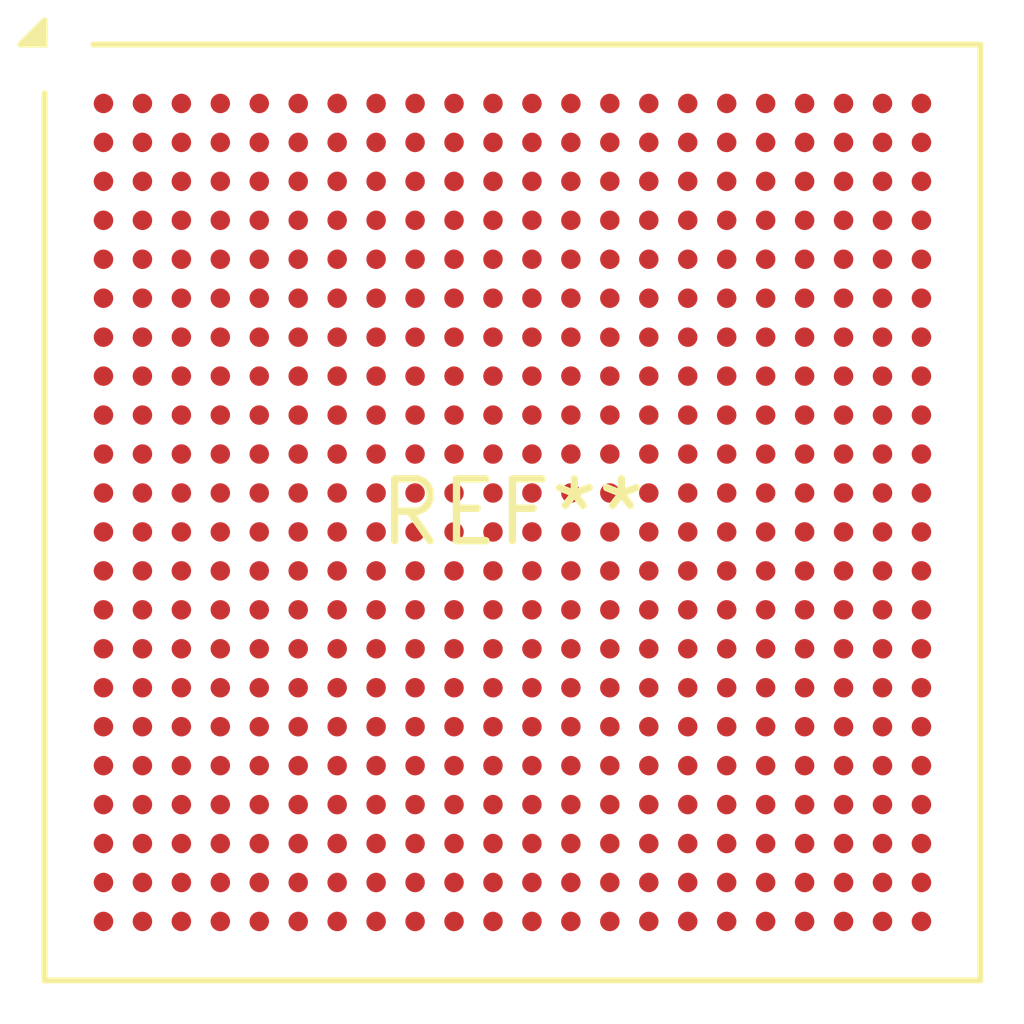
<source format=kicad_pcb>
(kicad_pcb (version 20240108) (generator pcbnew)
  (layers (0 "F.Cu" signal) (31 "B.Cu" signal) (34 "B.Paste" user) (35 "F.Paste" user) (36 "B.SilkS" user "B.Silkscreen") (37 "F.SilkS" user "F.Silkscreen") (38 "B.Mask" user) (39 "F.Mask" user) (44 "Edge.Cuts" user))
  (net 0 "")
  (footprint "Xilinx_SBG484" (layer "F.Cu") (at 0 0)
    (property "Reference" "REF**")
    (property "Value" "Xilinx_SBG484")
    (pad "A1" smd circle (at -8.4 -8.4) (size 0.4 0.4) (property pad_prop_bga) (layers "F.Cu" "F.Paste" "F.Mask"))
    (pad "A2" smd circle (at -7.6 -8.4) (size 0.4 0.4) (property pad_prop_bga) (layers "F.Cu" "F.Paste" "F.Mask"))
    (pad "A3" smd circle (at -6.8 -8.4) (size 0.4 0.4) (property pad_prop_bga) (layers "F.Cu" "F.Paste" "F.Mask"))
    (pad "A4" smd circle (at -6 -8.4) (size 0.4 0.4) (property pad_prop_bga) (layers "F.Cu" "F.Paste" "F.Mask"))
    (pad "A5" smd circle (at -5.2 -8.4) (size 0.4 0.4) (property pad_prop_bga) (layers "F.Cu" "F.Paste" "F.Mask"))
    (pad "A6" smd circle (at -4.4 -8.4) (size 0.4 0.4) (property pad_prop_bga) (layers "F.Cu" "F.Paste" "F.Mask"))
    (pad "A7" smd circle (at -3.6 -8.4) (size 0.4 0.4) (property pad_prop_bga) (layers "F.Cu" "F.Paste" "F.Mask"))
    (pad "A8" smd circle (at -2.8 -8.4) (size 0.4 0.4) (property pad_prop_bga) (layers "F.Cu" "F.Paste" "F.Mask"))
    (pad "A9" smd circle (at -2 -8.4) (size 0.4 0.4) (property pad_prop_bga) (layers "F.Cu" "F.Paste" "F.Mask"))
    (pad "A10" smd circle (at -1.2 -8.4) (size 0.4 0.4) (property pad_prop_bga) (layers "F.Cu" "F.Paste" "F.Mask"))
    (pad "A11" smd circle (at -0.4 -8.4) (size 0.4 0.4) (property pad_prop_bga) (layers "F.Cu" "F.Paste" "F.Mask"))
    (pad "A12" smd circle (at 0.4 -8.4) (size 0.4 0.4) (property pad_prop_bga) (layers "F.Cu" "F.Paste" "F.Mask"))
    (pad "A13" smd circle (at 1.2 -8.4) (size 0.4 0.4) (property pad_prop_bga) (layers "F.Cu" "F.Paste" "F.Mask"))
    (pad "A14" smd circle (at 2 -8.4) (size 0.4 0.4) (property pad_prop_bga) (layers "F.Cu" "F.Paste" "F.Mask"))
    (pad "A15" smd circle (at 2.8 -8.4) (size 0.4 0.4) (property pad_prop_bga) (layers "F.Cu" "F.Paste" "F.Mask"))
    (pad "A16" smd circle (at 3.6 -8.4) (size 0.4 0.4) (property pad_prop_bga) (layers "F.Cu" "F.Paste" "F.Mask"))
    (pad "A17" smd circle (at 4.4 -8.4) (size 0.4 0.4) (property pad_prop_bga) (layers "F.Cu" "F.Paste" "F.Mask"))
    (pad "A18" smd circle (at 5.2 -8.4) (size 0.4 0.4) (property pad_prop_bga) (layers "F.Cu" "F.Paste" "F.Mask"))
    (pad "A19" smd circle (at 6 -8.4) (size 0.4 0.4) (property pad_prop_bga) (layers "F.Cu" "F.Paste" "F.Mask"))
    (pad "A20" smd circle (at 6.8 -8.4) (size 0.4 0.4) (property pad_prop_bga) (layers "F.Cu" "F.Paste" "F.Mask"))
    (pad "A21" smd circle (at 7.6 -8.4) (size 0.4 0.4) (property pad_prop_bga) (layers "F.Cu" "F.Paste" "F.Mask"))
    (pad "A22" smd circle (at 8.4 -8.4) (size 0.4 0.4) (property pad_prop_bga) (layers "F.Cu" "F.Paste" "F.Mask"))
    (pad "AA1" smd circle (at -8.4 7.6) (size 0.4 0.4) (property pad_prop_bga) (layers "F.Cu" "F.Paste" "F.Mask"))
    (pad "AA2" smd circle (at -7.6 7.6) (size 0.4 0.4) (property pad_prop_bga) (layers "F.Cu" "F.Paste" "F.Mask"))
    (pad "AA3" smd circle (at -6.8 7.6) (size 0.4 0.4) (property pad_prop_bga) (layers "F.Cu" "F.Paste" "F.Mask"))
    (pad "AA4" smd circle (at -6 7.6) (size 0.4 0.4) (property pad_prop_bga) (layers "F.Cu" "F.Paste" "F.Mask"))
    (pad "AA5" smd circle (at -5.2 7.6) (size 0.4 0.4) (property pad_prop_bga) (layers "F.Cu" "F.Paste" "F.Mask"))
    (pad "AA6" smd circle (at -4.4 7.6) (size 0.4 0.4) (property pad_prop_bga) (layers "F.Cu" "F.Paste" "F.Mask"))
    (pad "AA7" smd circle (at -3.6 7.6) (size 0.4 0.4) (property pad_prop_bga) (layers "F.Cu" "F.Paste" "F.Mask"))
    (pad "AA8" smd circle (at -2.8 7.6) (size 0.4 0.4) (property pad_prop_bga) (layers "F.Cu" "F.Paste" "F.Mask"))
    (pad "AA9" smd circle (at -2 7.6) (size 0.4 0.4) (property pad_prop_bga) (layers "F.Cu" "F.Paste" "F.Mask"))
    (pad "AA10" smd circle (at -1.2 7.6) (size 0.4 0.4) (property pad_prop_bga) (layers "F.Cu" "F.Paste" "F.Mask"))
    (pad "AA11" smd circle (at -0.4 7.6) (size 0.4 0.4) (property pad_prop_bga) (layers "F.Cu" "F.Paste" "F.Mask"))
    (pad "AA12" smd circle (at 0.4 7.6) (size 0.4 0.4) (property pad_prop_bga) (layers "F.Cu" "F.Paste" "F.Mask"))
    (pad "AA13" smd circle (at 1.2 7.6) (size 0.4 0.4) (property pad_prop_bga) (layers "F.Cu" "F.Paste" "F.Mask"))
    (pad "AA14" smd circle (at 2 7.6) (size 0.4 0.4) (property pad_prop_bga) (layers "F.Cu" "F.Paste" "F.Mask"))
    (pad "AA15" smd circle (at 2.8 7.6) (size 0.4 0.4) (property pad_prop_bga) (layers "F.Cu" "F.Paste" "F.Mask"))
    (pad "AA16" smd circle (at 3.6 7.6) (size 0.4 0.4) (property pad_prop_bga) (layers "F.Cu" "F.Paste" "F.Mask"))
    (pad "AA17" smd circle (at 4.4 7.6) (size 0.4 0.4) (property pad_prop_bga) (layers "F.Cu" "F.Paste" "F.Mask"))
    (pad "AA18" smd circle (at 5.2 7.6) (size 0.4 0.4) (property pad_prop_bga) (layers "F.Cu" "F.Paste" "F.Mask"))
    (pad "AA19" smd circle (at 6 7.6) (size 0.4 0.4) (property pad_prop_bga) (layers "F.Cu" "F.Paste" "F.Mask"))
    (pad "AA20" smd circle (at 6.8 7.6) (size 0.4 0.4) (property pad_prop_bga) (layers "F.Cu" "F.Paste" "F.Mask"))
    (pad "AA21" smd circle (at 7.6 7.6) (size 0.4 0.4) (property pad_prop_bga) (layers "F.Cu" "F.Paste" "F.Mask"))
    (pad "AA22" smd circle (at 8.4 7.6) (size 0.4 0.4) (property pad_prop_bga) (layers "F.Cu" "F.Paste" "F.Mask"))
    (pad "AB1" smd circle (at -8.4 8.4) (size 0.4 0.4) (property pad_prop_bga) (layers "F.Cu" "F.Paste" "F.Mask"))
    (pad "AB2" smd circle (at -7.6 8.4) (size 0.4 0.4) (property pad_prop_bga) (layers "F.Cu" "F.Paste" "F.Mask"))
    (pad "AB3" smd circle (at -6.8 8.4) (size 0.4 0.4) (property pad_prop_bga) (layers "F.Cu" "F.Paste" "F.Mask"))
    (pad "AB4" smd circle (at -6 8.4) (size 0.4 0.4) (property pad_prop_bga) (layers "F.Cu" "F.Paste" "F.Mask"))
    (pad "AB5" smd circle (at -5.2 8.4) (size 0.4 0.4) (property pad_prop_bga) (layers "F.Cu" "F.Paste" "F.Mask"))
    (pad "AB6" smd circle (at -4.4 8.4) (size 0.4 0.4) (property pad_prop_bga) (layers "F.Cu" "F.Paste" "F.Mask"))
    (pad "AB7" smd circle (at -3.6 8.4) (size 0.4 0.4) (property pad_prop_bga) (layers "F.Cu" "F.Paste" "F.Mask"))
    (pad "AB8" smd circle (at -2.8 8.4) (size 0.4 0.4) (property pad_prop_bga) (layers "F.Cu" "F.Paste" "F.Mask"))
    (pad "AB9" smd circle (at -2 8.4) (size 0.4 0.4) (property pad_prop_bga) (layers "F.Cu" "F.Paste" "F.Mask"))
    (pad "AB10" smd circle (at -1.2 8.4) (size 0.4 0.4) (property pad_prop_bga) (layers "F.Cu" "F.Paste" "F.Mask"))
    (pad "AB11" smd circle (at -0.4 8.4) (size 0.4 0.4) (property pad_prop_bga) (layers "F.Cu" "F.Paste" "F.Mask"))
    (pad "AB12" smd circle (at 0.4 8.4) (size 0.4 0.4) (property pad_prop_bga) (layers "F.Cu" "F.Paste" "F.Mask"))
    (pad "AB13" smd circle (at 1.2 8.4) (size 0.4 0.4) (property pad_prop_bga) (layers "F.Cu" "F.Paste" "F.Mask"))
    (pad "AB14" smd circle (at 2 8.4) (size 0.4 0.4) (property pad_prop_bga) (layers "F.Cu" "F.Paste" "F.Mask"))
    (pad "AB15" smd circle (at 2.8 8.4) (size 0.4 0.4) (property pad_prop_bga) (layers "F.Cu" "F.Paste" "F.Mask"))
    (pad "AB16" smd circle (at 3.6 8.4) (size 0.4 0.4) (property pad_prop_bga) (layers "F.Cu" "F.Paste" "F.Mask"))
    (pad "AB17" smd circle (at 4.4 8.4) (size 0.4 0.4) (property pad_prop_bga) (layers "F.Cu" "F.Paste" "F.Mask"))
    (pad "AB18" smd circle (at 5.2 8.4) (size 0.4 0.4) (property pad_prop_bga) (layers "F.Cu" "F.Paste" "F.Mask"))
    (pad "AB19" smd circle (at 6 8.4) (size 0.4 0.4) (property pad_prop_bga) (layers "F.Cu" "F.Paste" "F.Mask"))
    (pad "AB20" smd circle (at 6.8 8.4) (size 0.4 0.4) (property pad_prop_bga) (layers "F.Cu" "F.Paste" "F.Mask"))
    (pad "AB21" smd circle (at 7.6 8.4) (size 0.4 0.4) (property pad_prop_bga) (layers "F.Cu" "F.Paste" "F.Mask"))
    (pad "AB22" smd circle (at 8.4 8.4) (size 0.4 0.4) (property pad_prop_bga) (layers "F.Cu" "F.Paste" "F.Mask"))
    (pad "B1" smd circle (at -8.4 -7.6) (size 0.4 0.4) (property pad_prop_bga) (layers "F.Cu" "F.Paste" "F.Mask"))
    (pad "B2" smd circle (at -7.6 -7.6) (size 0.4 0.4) (property pad_prop_bga) (layers "F.Cu" "F.Paste" "F.Mask"))
    (pad "B3" smd circle (at -6.8 -7.6) (size 0.4 0.4) (property pad_prop_bga) (layers "F.Cu" "F.Paste" "F.Mask"))
    (pad "B4" smd circle (at -6 -7.6) (size 0.4 0.4) (property pad_prop_bga) (layers "F.Cu" "F.Paste" "F.Mask"))
    (pad "B5" smd circle (at -5.2 -7.6) (size 0.4 0.4) (property pad_prop_bga) (layers "F.Cu" "F.Paste" "F.Mask"))
    (pad "B6" smd circle (at -4.4 -7.6) (size 0.4 0.4) (property pad_prop_bga) (layers "F.Cu" "F.Paste" "F.Mask"))
    (pad "B7" smd circle (at -3.6 -7.6) (size 0.4 0.4) (property pad_prop_bga) (layers "F.Cu" "F.Paste" "F.Mask"))
    (pad "B8" smd circle (at -2.8 -7.6) (size 0.4 0.4) (property pad_prop_bga) (layers "F.Cu" "F.Paste" "F.Mask"))
    (pad "B9" smd circle (at -2 -7.6) (size 0.4 0.4) (property pad_prop_bga) (layers "F.Cu" "F.Paste" "F.Mask"))
    (pad "B10" smd circle (at -1.2 -7.6) (size 0.4 0.4) (property pad_prop_bga) (layers "F.Cu" "F.Paste" "F.Mask"))
    (pad "B11" smd circle (at -0.4 -7.6) (size 0.4 0.4) (property pad_prop_bga) (layers "F.Cu" "F.Paste" "F.Mask"))
    (pad "B12" smd circle (at 0.4 -7.6) (size 0.4 0.4) (property pad_prop_bga) (layers "F.Cu" "F.Paste" "F.Mask"))
    (pad "B13" smd circle (at 1.2 -7.6) (size 0.4 0.4) (property pad_prop_bga) (layers "F.Cu" "F.Paste" "F.Mask"))
    (pad "B14" smd circle (at 2 -7.6) (size 0.4 0.4) (property pad_prop_bga) (layers "F.Cu" "F.Paste" "F.Mask"))
    (pad "B15" smd circle (at 2.8 -7.6) (size 0.4 0.4) (property pad_prop_bga) (layers "F.Cu" "F.Paste" "F.Mask"))
    (pad "B16" smd circle (at 3.6 -7.6) (size 0.4 0.4) (property pad_prop_bga) (layers "F.Cu" "F.Paste" "F.Mask"))
    (pad "B17" smd circle (at 4.4 -7.6) (size 0.4 0.4) (property pad_prop_bga) (layers "F.Cu" "F.Paste" "F.Mask"))
    (pad "B18" smd circle (at 5.2 -7.6) (size 0.4 0.4) (property pad_prop_bga) (layers "F.Cu" "F.Paste" "F.Mask"))
    (pad "B19" smd circle (at 6 -7.6) (size 0.4 0.4) (property pad_prop_bga) (layers "F.Cu" "F.Paste" "F.Mask"))
    (pad "B20" smd circle (at 6.8 -7.6) (size 0.4 0.4) (property pad_prop_bga) (layers "F.Cu" "F.Paste" "F.Mask"))
    (pad "B21" smd circle (at 7.6 -7.6) (size 0.4 0.4) (property pad_prop_bga) (layers "F.Cu" "F.Paste" "F.Mask"))
    (pad "B22" smd circle (at 8.4 -7.6) (size 0.4 0.4) (property pad_prop_bga) (layers "F.Cu" "F.Paste" "F.Mask"))
    (pad "C1" smd circle (at -8.4 -6.8) (size 0.4 0.4) (property pad_prop_bga) (layers "F.Cu" "F.Paste" "F.Mask"))
    (pad "C2" smd circle (at -7.6 -6.8) (size 0.4 0.4) (property pad_prop_bga) (layers "F.Cu" "F.Paste" "F.Mask"))
    (pad "C3" smd circle (at -6.8 -6.8) (size 0.4 0.4) (property pad_prop_bga) (layers "F.Cu" "F.Paste" "F.Mask"))
    (pad "C4" smd circle (at -6 -6.8) (size 0.4 0.4) (property pad_prop_bga) (layers "F.Cu" "F.Paste" "F.Mask"))
    (pad "C5" smd circle (at -5.2 -6.8) (size 0.4 0.4) (property pad_prop_bga) (layers "F.Cu" "F.Paste" "F.Mask"))
    (pad "C6" smd circle (at -4.4 -6.8) (size 0.4 0.4) (property pad_prop_bga) (layers "F.Cu" "F.Paste" "F.Mask"))
    (pad "C7" smd circle (at -3.6 -6.8) (size 0.4 0.4) (property pad_prop_bga) (layers "F.Cu" "F.Paste" "F.Mask"))
    (pad "C8" smd circle (at -2.8 -6.8) (size 0.4 0.4) (property pad_prop_bga) (layers "F.Cu" "F.Paste" "F.Mask"))
    (pad "C9" smd circle (at -2 -6.8) (size 0.4 0.4) (property pad_prop_bga) (layers "F.Cu" "F.Paste" "F.Mask"))
    (pad "C10" smd circle (at -1.2 -6.8) (size 0.4 0.4) (property pad_prop_bga) (layers "F.Cu" "F.Paste" "F.Mask"))
    (pad "C11" smd circle (at -0.4 -6.8) (size 0.4 0.4) (property pad_prop_bga) (layers "F.Cu" "F.Paste" "F.Mask"))
    (pad "C12" smd circle (at 0.4 -6.8) (size 0.4 0.4) (property pad_prop_bga) (layers "F.Cu" "F.Paste" "F.Mask"))
    (pad "C13" smd circle (at 1.2 -6.8) (size 0.4 0.4) (property pad_prop_bga) (layers "F.Cu" "F.Paste" "F.Mask"))
    (pad "C14" smd circle (at 2 -6.8) (size 0.4 0.4) (property pad_prop_bga) (layers "F.Cu" "F.Paste" "F.Mask"))
    (pad "C15" smd circle (at 2.8 -6.8) (size 0.4 0.4) (property pad_prop_bga) (layers "F.Cu" "F.Paste" "F.Mask"))
    (pad "C16" smd circle (at 3.6 -6.8) (size 0.4 0.4) (property pad_prop_bga) (layers "F.Cu" "F.Paste" "F.Mask"))
    (pad "C17" smd circle (at 4.4 -6.8) (size 0.4 0.4) (property pad_prop_bga) (layers "F.Cu" "F.Paste" "F.Mask"))
    (pad "C18" smd circle (at 5.2 -6.8) (size 0.4 0.4) (property pad_prop_bga) (layers "F.Cu" "F.Paste" "F.Mask"))
    (pad "C19" smd circle (at 6 -6.8) (size 0.4 0.4) (property pad_prop_bga) (layers "F.Cu" "F.Paste" "F.Mask"))
    (pad "C20" smd circle (at 6.8 -6.8) (size 0.4 0.4) (property pad_prop_bga) (layers "F.Cu" "F.Paste" "F.Mask"))
    (pad "C21" smd circle (at 7.6 -6.8) (size 0.4 0.4) (property pad_prop_bga) (layers "F.Cu" "F.Paste" "F.Mask"))
    (pad "C22" smd circle (at 8.4 -6.8) (size 0.4 0.4) (property pad_prop_bga) (layers "F.Cu" "F.Paste" "F.Mask"))
    (pad "D1" smd circle (at -8.4 -6) (size 0.4 0.4) (property pad_prop_bga) (layers "F.Cu" "F.Paste" "F.Mask"))
    (pad "D2" smd circle (at -7.6 -6) (size 0.4 0.4) (property pad_prop_bga) (layers "F.Cu" "F.Paste" "F.Mask"))
    (pad "D3" smd circle (at -6.8 -6) (size 0.4 0.4) (property pad_prop_bga) (layers "F.Cu" "F.Paste" "F.Mask"))
    (pad "D4" smd circle (at -6 -6) (size 0.4 0.4) (property pad_prop_bga) (layers "F.Cu" "F.Paste" "F.Mask"))
    (pad "D5" smd circle (at -5.2 -6) (size 0.4 0.4) (property pad_prop_bga) (layers "F.Cu" "F.Paste" "F.Mask"))
    (pad "D6" smd circle (at -4.4 -6) (size 0.4 0.4) (property pad_prop_bga) (layers "F.Cu" "F.Paste" "F.Mask"))
    (pad "D7" smd circle (at -3.6 -6) (size 0.4 0.4) (property pad_prop_bga) (layers "F.Cu" "F.Paste" "F.Mask"))
    (pad "D8" smd circle (at -2.8 -6) (size 0.4 0.4) (property pad_prop_bga) (layers "F.Cu" "F.Paste" "F.Mask"))
    (pad "D9" smd circle (at -2 -6) (size 0.4 0.4) (property pad_prop_bga) (layers "F.Cu" "F.Paste" "F.Mask"))
    (pad "D10" smd circle (at -1.2 -6) (size 0.4 0.4) (property pad_prop_bga) (layers "F.Cu" "F.Paste" "F.Mask"))
    (pad "D11" smd circle (at -0.4 -6) (size 0.4 0.4) (property pad_prop_bga) (layers "F.Cu" "F.Paste" "F.Mask"))
    (pad "D12" smd circle (at 0.4 -6) (size 0.4 0.4) (property pad_prop_bga) (layers "F.Cu" "F.Paste" "F.Mask"))
    (pad "D13" smd circle (at 1.2 -6) (size 0.4 0.4) (property pad_prop_bga) (layers "F.Cu" "F.Paste" "F.Mask"))
    (pad "D14" smd circle (at 2 -6) (size 0.4 0.4) (property pad_prop_bga) (layers "F.Cu" "F.Paste" "F.Mask"))
    (pad "D15" smd circle (at 2.8 -6) (size 0.4 0.4) (property pad_prop_bga) (layers "F.Cu" "F.Paste" "F.Mask"))
    (pad "D16" smd circle (at 3.6 -6) (size 0.4 0.4) (property pad_prop_bga) (layers "F.Cu" "F.Paste" "F.Mask"))
    (pad "D17" smd circle (at 4.4 -6) (size 0.4 0.4) (property pad_prop_bga) (layers "F.Cu" "F.Paste" "F.Mask"))
    (pad "D18" smd circle (at 5.2 -6) (size 0.4 0.4) (property pad_prop_bga) (layers "F.Cu" "F.Paste" "F.Mask"))
    (pad "D19" smd circle (at 6 -6) (size 0.4 0.4) (property pad_prop_bga) (layers "F.Cu" "F.Paste" "F.Mask"))
    (pad "D20" smd circle (at 6.8 -6) (size 0.4 0.4) (property pad_prop_bga) (layers "F.Cu" "F.Paste" "F.Mask"))
    (pad "D21" smd circle (at 7.6 -6) (size 0.4 0.4) (property pad_prop_bga) (layers "F.Cu" "F.Paste" "F.Mask"))
    (pad "D22" smd circle (at 8.4 -6) (size 0.4 0.4) (property pad_prop_bga) (layers "F.Cu" "F.Paste" "F.Mask"))
    (pad "E1" smd circle (at -8.4 -5.2) (size 0.4 0.4) (property pad_prop_bga) (layers "F.Cu" "F.Paste" "F.Mask"))
    (pad "E2" smd circle (at -7.6 -5.2) (size 0.4 0.4) (property pad_prop_bga) (layers "F.Cu" "F.Paste" "F.Mask"))
    (pad "E3" smd circle (at -6.8 -5.2) (size 0.4 0.4) (property pad_prop_bga) (layers "F.Cu" "F.Paste" "F.Mask"))
    (pad "E4" smd circle (at -6 -5.2) (size 0.4 0.4) (property pad_prop_bga) (layers "F.Cu" "F.Paste" "F.Mask"))
    (pad "E5" smd circle (at -5.2 -5.2) (size 0.4 0.4) (property pad_prop_bga) (layers "F.Cu" "F.Paste" "F.Mask"))
    (pad "E6" smd circle (at -4.4 -5.2) (size 0.4 0.4) (property pad_prop_bga) (layers "F.Cu" "F.Paste" "F.Mask"))
    (pad "E7" smd circle (at -3.6 -5.2) (size 0.4 0.4) (property pad_prop_bga) (layers "F.Cu" "F.Paste" "F.Mask"))
    (pad "E8" smd circle (at -2.8 -5.2) (size 0.4 0.4) (property pad_prop_bga) (layers "F.Cu" "F.Paste" "F.Mask"))
    (pad "E9" smd circle (at -2 -5.2) (size 0.4 0.4) (property pad_prop_bga) (layers "F.Cu" "F.Paste" "F.Mask"))
    (pad "E10" smd circle (at -1.2 -5.2) (size 0.4 0.4) (property pad_prop_bga) (layers "F.Cu" "F.Paste" "F.Mask"))
    (pad "E11" smd circle (at -0.4 -5.2) (size 0.4 0.4) (property pad_prop_bga) (layers "F.Cu" "F.Paste" "F.Mask"))
    (pad "E12" smd circle (at 0.4 -5.2) (size 0.4 0.4) (property pad_prop_bga) (layers "F.Cu" "F.Paste" "F.Mask"))
    (pad "E13" smd circle (at 1.2 -5.2) (size 0.4 0.4) (property pad_prop_bga) (layers "F.Cu" "F.Paste" "F.Mask"))
    (pad "E14" smd circle (at 2 -5.2) (size 0.4 0.4) (property pad_prop_bga) (layers "F.Cu" "F.Paste" "F.Mask"))
    (pad "E15" smd circle (at 2.8 -5.2) (size 0.4 0.4) (property pad_prop_bga) (layers "F.Cu" "F.Paste" "F.Mask"))
    (pad "E16" smd circle (at 3.6 -5.2) (size 0.4 0.4) (property pad_prop_bga) (layers "F.Cu" "F.Paste" "F.Mask"))
    (pad "E17" smd circle (at 4.4 -5.2) (size 0.4 0.4) (property pad_prop_bga) (layers "F.Cu" "F.Paste" "F.Mask"))
    (pad "E18" smd circle (at 5.2 -5.2) (size 0.4 0.4) (property pad_prop_bga) (layers "F.Cu" "F.Paste" "F.Mask"))
    (pad "E19" smd circle (at 6 -5.2) (size 0.4 0.4) (property pad_prop_bga) (layers "F.Cu" "F.Paste" "F.Mask"))
    (pad "E20" smd circle (at 6.8 -5.2) (size 0.4 0.4) (property pad_prop_bga) (layers "F.Cu" "F.Paste" "F.Mask"))
    (pad "E21" smd circle (at 7.6 -5.2) (size 0.4 0.4) (property pad_prop_bga) (layers "F.Cu" "F.Paste" "F.Mask"))
    (pad "E22" smd circle (at 8.4 -5.2) (size 0.4 0.4) (property pad_prop_bga) (layers "F.Cu" "F.Paste" "F.Mask"))
    (pad "F1" smd circle (at -8.4 -4.4) (size 0.4 0.4) (property pad_prop_bga) (layers "F.Cu" "F.Paste" "F.Mask"))
    (pad "F2" smd circle (at -7.6 -4.4) (size 0.4 0.4) (property pad_prop_bga) (layers "F.Cu" "F.Paste" "F.Mask"))
    (pad "F3" smd circle (at -6.8 -4.4) (size 0.4 0.4) (property pad_prop_bga) (layers "F.Cu" "F.Paste" "F.Mask"))
    (pad "F4" smd circle (at -6 -4.4) (size 0.4 0.4) (property pad_prop_bga) (layers "F.Cu" "F.Paste" "F.Mask"))
    (pad "F5" smd circle (at -5.2 -4.4) (size 0.4 0.4) (property pad_prop_bga) (layers "F.Cu" "F.Paste" "F.Mask"))
    (pad "F6" smd circle (at -4.4 -4.4) (size 0.4 0.4) (property pad_prop_bga) (layers "F.Cu" "F.Paste" "F.Mask"))
    (pad "F7" smd circle (at -3.6 -4.4) (size 0.4 0.4) (property pad_prop_bga) (layers "F.Cu" "F.Paste" "F.Mask"))
    (pad "F8" smd circle (at -2.8 -4.4) (size 0.4 0.4) (property pad_prop_bga) (layers "F.Cu" "F.Paste" "F.Mask"))
    (pad "F9" smd circle (at -2 -4.4) (size 0.4 0.4) (property pad_prop_bga) (layers "F.Cu" "F.Paste" "F.Mask"))
    (pad "F10" smd circle (at -1.2 -4.4) (size 0.4 0.4) (property pad_prop_bga) (layers "F.Cu" "F.Paste" "F.Mask"))
    (pad "F11" smd circle (at -0.4 -4.4) (size 0.4 0.4) (property pad_prop_bga) (layers "F.Cu" "F.Paste" "F.Mask"))
    (pad "F12" smd circle (at 0.4 -4.4) (size 0.4 0.4) (property pad_prop_bga) (layers "F.Cu" "F.Paste" "F.Mask"))
    (pad "F13" smd circle (at 1.2 -4.4) (size 0.4 0.4) (property pad_prop_bga) (layers "F.Cu" "F.Paste" "F.Mask"))
    (pad "F14" smd circle (at 2 -4.4) (size 0.4 0.4) (property pad_prop_bga) (layers "F.Cu" "F.Paste" "F.Mask"))
    (pad "F15" smd circle (at 2.8 -4.4) (size 0.4 0.4) (property pad_prop_bga) (layers "F.Cu" "F.Paste" "F.Mask"))
    (pad "F16" smd circle (at 3.6 -4.4) (size 0.4 0.4) (property pad_prop_bga) (layers "F.Cu" "F.Paste" "F.Mask"))
    (pad "F17" smd circle (at 4.4 -4.4) (size 0.4 0.4) (property pad_prop_bga) (layers "F.Cu" "F.Paste" "F.Mask"))
    (pad "F18" smd circle (at 5.2 -4.4) (size 0.4 0.4) (property pad_prop_bga) (layers "F.Cu" "F.Paste" "F.Mask"))
    (pad "F19" smd circle (at 6 -4.4) (size 0.4 0.4) (property pad_prop_bga) (layers "F.Cu" "F.Paste" "F.Mask"))
    (pad "F20" smd circle (at 6.8 -4.4) (size 0.4 0.4) (property pad_prop_bga) (layers "F.Cu" "F.Paste" "F.Mask"))
    (pad "F21" smd circle (at 7.6 -4.4) (size 0.4 0.4) (property pad_prop_bga) (layers "F.Cu" "F.Paste" "F.Mask"))
    (pad "F22" smd circle (at 8.4 -4.4) (size 0.4 0.4) (property pad_prop_bga) (layers "F.Cu" "F.Paste" "F.Mask"))
    (pad "G1" smd circle (at -8.4 -3.6) (size 0.4 0.4) (property pad_prop_bga) (layers "F.Cu" "F.Paste" "F.Mask"))
    (pad "G2" smd circle (at -7.6 -3.6) (size 0.4 0.4) (property pad_prop_bga) (layers "F.Cu" "F.Paste" "F.Mask"))
    (pad "G3" smd circle (at -6.8 -3.6) (size 0.4 0.4) (property pad_prop_bga) (layers "F.Cu" "F.Paste" "F.Mask"))
    (pad "G4" smd circle (at -6 -3.6) (size 0.4 0.4) (property pad_prop_bga) (layers "F.Cu" "F.Paste" "F.Mask"))
    (pad "G5" smd circle (at -5.2 -3.6) (size 0.4 0.4) (property pad_prop_bga) (layers "F.Cu" "F.Paste" "F.Mask"))
    (pad "G6" smd circle (at -4.4 -3.6) (size 0.4 0.4) (property pad_prop_bga) (layers "F.Cu" "F.Paste" "F.Mask"))
    (pad "G7" smd circle (at -3.6 -3.6) (size 0.4 0.4) (property pad_prop_bga) (layers "F.Cu" "F.Paste" "F.Mask"))
    (pad "G8" smd circle (at -2.8 -3.6) (size 0.4 0.4) (property pad_prop_bga) (layers "F.Cu" "F.Paste" "F.Mask"))
    (pad "G9" smd circle (at -2 -3.6) (size 0.4 0.4) (property pad_prop_bga) (layers "F.Cu" "F.Paste" "F.Mask"))
    (pad "G10" smd circle (at -1.2 -3.6) (size 0.4 0.4) (property pad_prop_bga) (layers "F.Cu" "F.Paste" "F.Mask"))
    (pad "G11" smd circle (at -0.4 -3.6) (size 0.4 0.4) (property pad_prop_bga) (layers "F.Cu" "F.Paste" "F.Mask"))
    (pad "G12" smd circle (at 0.4 -3.6) (size 0.4 0.4) (property pad_prop_bga) (layers "F.Cu" "F.Paste" "F.Mask"))
    (pad "G13" smd circle (at 1.2 -3.6) (size 0.4 0.4) (property pad_prop_bga) (layers "F.Cu" "F.Paste" "F.Mask"))
    (pad "G14" smd circle (at 2 -3.6) (size 0.4 0.4) (property pad_prop_bga) (layers "F.Cu" "F.Paste" "F.Mask"))
    (pad "G15" smd circle (at 2.8 -3.6) (size 0.4 0.4) (property pad_prop_bga) (layers "F.Cu" "F.Paste" "F.Mask"))
    (pad "G16" smd circle (at 3.6 -3.6) (size 0.4 0.4) (property pad_prop_bga) (layers "F.Cu" "F.Paste" "F.Mask"))
    (pad "G17" smd circle (at 4.4 -3.6) (size 0.4 0.4) (property pad_prop_bga) (layers "F.Cu" "F.Paste" "F.Mask"))
    (pad "G18" smd circle (at 5.2 -3.6) (size 0.4 0.4) (property pad_prop_bga) (layers "F.Cu" "F.Paste" "F.Mask"))
    (pad "G19" smd circle (at 6 -3.6) (size 0.4 0.4) (property pad_prop_bga) (layers "F.Cu" "F.Paste" "F.Mask"))
    (pad "G20" smd circle (at 6.8 -3.6) (size 0.4 0.4) (property pad_prop_bga) (layers "F.Cu" "F.Paste" "F.Mask"))
    (pad "G21" smd circle (at 7.6 -3.6) (size 0.4 0.4) (property pad_prop_bga) (layers "F.Cu" "F.Paste" "F.Mask"))
    (pad "G22" smd circle (at 8.4 -3.6) (size 0.4 0.4) (property pad_prop_bga) (layers "F.Cu" "F.Paste" "F.Mask"))
    (pad "H1" smd circle (at -8.4 -2.8) (size 0.4 0.4) (property pad_prop_bga) (layers "F.Cu" "F.Paste" "F.Mask"))
    (pad "H2" smd circle (at -7.6 -2.8) (size 0.4 0.4) (property pad_prop_bga) (layers "F.Cu" "F.Paste" "F.Mask"))
    (pad "H3" smd circle (at -6.8 -2.8) (size 0.4 0.4) (property pad_prop_bga) (layers "F.Cu" "F.Paste" "F.Mask"))
    (pad "H4" smd circle (at -6 -2.8) (size 0.4 0.4) (property pad_prop_bga) (layers "F.Cu" "F.Paste" "F.Mask"))
    (pad "H5" smd circle (at -5.2 -2.8) (size 0.4 0.4) (property pad_prop_bga) (layers "F.Cu" "F.Paste" "F.Mask"))
    (pad "H6" smd circle (at -4.4 -2.8) (size 0.4 0.4) (property pad_prop_bga) (layers "F.Cu" "F.Paste" "F.Mask"))
    (pad "H7" smd circle (at -3.6 -2.8) (size 0.4 0.4) (property pad_prop_bga) (layers "F.Cu" "F.Paste" "F.Mask"))
    (pad "H8" smd circle (at -2.8 -2.8) (size 0.4 0.4) (property pad_prop_bga) (layers "F.Cu" "F.Paste" "F.Mask"))
    (pad "H9" smd circle (at -2 -2.8) (size 0.4 0.4) (property pad_prop_bga) (layers "F.Cu" "F.Paste" "F.Mask"))
    (pad "H10" smd circle (at -1.2 -2.8) (size 0.4 0.4) (property pad_prop_bga) (layers "F.Cu" "F.Paste" "F.Mask"))
    (pad "H11" smd circle (at -0.4 -2.8) (size 0.4 0.4) (property pad_prop_bga) (layers "F.Cu" "F.Paste" "F.Mask"))
    (pad "H12" smd circle (at 0.4 -2.8) (size 0.4 0.4) (property pad_prop_bga) (layers "F.Cu" "F.Paste" "F.Mask"))
    (pad "H13" smd circle (at 1.2 -2.8) (size 0.4 0.4) (property pad_prop_bga) (layers "F.Cu" "F.Paste" "F.Mask"))
    (pad "H14" smd circle (at 2 -2.8) (size 0.4 0.4) (property pad_prop_bga) (layers "F.Cu" "F.Paste" "F.Mask"))
    (pad "H15" smd circle (at 2.8 -2.8) (size 0.4 0.4) (property pad_prop_bga) (layers "F.Cu" "F.Paste" "F.Mask"))
    (pad "H16" smd circle (at 3.6 -2.8) (size 0.4 0.4) (property pad_prop_bga) (layers "F.Cu" "F.Paste" "F.Mask"))
    (pad "H17" smd circle (at 4.4 -2.8) (size 0.4 0.4) (property pad_prop_bga) (layers "F.Cu" "F.Paste" "F.Mask"))
    (pad "H18" smd circle (at 5.2 -2.8) (size 0.4 0.4) (property pad_prop_bga) (layers "F.Cu" "F.Paste" "F.Mask"))
    (pad "H19" smd circle (at 6 -2.8) (size 0.4 0.4) (property pad_prop_bga) (layers "F.Cu" "F.Paste" "F.Mask"))
    (pad "H20" smd circle (at 6.8 -2.8) (size 0.4 0.4) (property pad_prop_bga) (layers "F.Cu" "F.Paste" "F.Mask"))
    (pad "H21" smd circle (at 7.6 -2.8) (size 0.4 0.4) (property pad_prop_bga) (layers "F.Cu" "F.Paste" "F.Mask"))
    (pad "H22" smd circle (at 8.4 -2.8) (size 0.4 0.4) (property pad_prop_bga) (layers "F.Cu" "F.Paste" "F.Mask"))
    (pad "J1" smd circle (at -8.4 -2) (size 0.4 0.4) (property pad_prop_bga) (layers "F.Cu" "F.Paste" "F.Mask"))
    (pad "J2" smd circle (at -7.6 -2) (size 0.4 0.4) (property pad_prop_bga) (layers "F.Cu" "F.Paste" "F.Mask"))
    (pad "J3" smd circle (at -6.8 -2) (size 0.4 0.4) (property pad_prop_bga) (layers "F.Cu" "F.Paste" "F.Mask"))
    (pad "J4" smd circle (at -6 -2) (size 0.4 0.4) (property pad_prop_bga) (layers "F.Cu" "F.Paste" "F.Mask"))
    (pad "J5" smd circle (at -5.2 -2) (size 0.4 0.4) (property pad_prop_bga) (layers "F.Cu" "F.Paste" "F.Mask"))
    (pad "J6" smd circle (at -4.4 -2) (size 0.4 0.4) (property pad_prop_bga) (layers "F.Cu" "F.Paste" "F.Mask"))
    (pad "J7" smd circle (at -3.6 -2) (size 0.4 0.4) (property pad_prop_bga) (layers "F.Cu" "F.Paste" "F.Mask"))
    (pad "J8" smd circle (at -2.8 -2) (size 0.4 0.4) (property pad_prop_bga) (layers "F.Cu" "F.Paste" "F.Mask"))
    (pad "J9" smd circle (at -2 -2) (size 0.4 0.4) (property pad_prop_bga) (layers "F.Cu" "F.Paste" "F.Mask"))
    (pad "J10" smd circle (at -1.2 -2) (size 0.4 0.4) (property pad_prop_bga) (layers "F.Cu" "F.Paste" "F.Mask"))
    (pad "J11" smd circle (at -0.4 -2) (size 0.4 0.4) (property pad_prop_bga) (layers "F.Cu" "F.Paste" "F.Mask"))
    (pad "J12" smd circle (at 0.4 -2) (size 0.4 0.4) (property pad_prop_bga) (layers "F.Cu" "F.Paste" "F.Mask"))
    (pad "J13" smd circle (at 1.2 -2) (size 0.4 0.4) (property pad_prop_bga) (layers "F.Cu" "F.Paste" "F.Mask"))
    (pad "J14" smd circle (at 2 -2) (size 0.4 0.4) (property pad_prop_bga) (layers "F.Cu" "F.Paste" "F.Mask"))
    (pad "J15" smd circle (at 2.8 -2) (size 0.4 0.4) (property pad_prop_bga) (layers "F.Cu" "F.Paste" "F.Mask"))
    (pad "J16" smd circle (at 3.6 -2) (size 0.4 0.4) (property pad_prop_bga) (layers "F.Cu" "F.Paste" "F.Mask"))
    (pad "J17" smd circle (at 4.4 -2) (size 0.4 0.4) (property pad_prop_bga) (layers "F.Cu" "F.Paste" "F.Mask"))
    (pad "J18" smd circle (at 5.2 -2) (size 0.4 0.4) (property pad_prop_bga) (layers "F.Cu" "F.Paste" "F.Mask"))
    (pad "J19" smd circle (at 6 -2) (size 0.4 0.4) (property pad_prop_bga) (layers "F.Cu" "F.Paste" "F.Mask"))
    (pad "J20" smd circle (at 6.8 -2) (size 0.4 0.4) (property pad_prop_bga) (layers "F.Cu" "F.Paste" "F.Mask"))
    (pad "J21" smd circle (at 7.6 -2) (size 0.4 0.4) (property pad_prop_bga) (layers "F.Cu" "F.Paste" "F.Mask"))
    (pad "J22" smd circle (at 8.4 -2) (size 0.4 0.4) (property pad_prop_bga) (layers "F.Cu" "F.Paste" "F.Mask"))
    (pad "K1" smd circle (at -8.4 -1.2) (size 0.4 0.4) (property pad_prop_bga) (layers "F.Cu" "F.Paste" "F.Mask"))
    (pad "K2" smd circle (at -7.6 -1.2) (size 0.4 0.4) (property pad_prop_bga) (layers "F.Cu" "F.Paste" "F.Mask"))
    (pad "K3" smd circle (at -6.8 -1.2) (size 0.4 0.4) (property pad_prop_bga) (layers "F.Cu" "F.Paste" "F.Mask"))
    (pad "K4" smd circle (at -6 -1.2) (size 0.4 0.4) (property pad_prop_bga) (layers "F.Cu" "F.Paste" "F.Mask"))
    (pad "K5" smd circle (at -5.2 -1.2) (size 0.4 0.4) (property pad_prop_bga) (layers "F.Cu" "F.Paste" "F.Mask"))
    (pad "K6" smd circle (at -4.4 -1.2) (size 0.4 0.4) (property pad_prop_bga) (layers "F.Cu" "F.Paste" "F.Mask"))
    (pad "K7" smd circle (at -3.6 -1.2) (size 0.4 0.4) (property pad_prop_bga) (layers "F.Cu" "F.Paste" "F.Mask"))
    (pad "K8" smd circle (at -2.8 -1.2) (size 0.4 0.4) (property pad_prop_bga) (layers "F.Cu" "F.Paste" "F.Mask"))
    (pad "K9" smd circle (at -2 -1.2) (size 0.4 0.4) (property pad_prop_bga) (layers "F.Cu" "F.Paste" "F.Mask"))
    (pad "K10" smd circle (at -1.2 -1.2) (size 0.4 0.4) (property pad_prop_bga) (layers "F.Cu" "F.Paste" "F.Mask"))
    (pad "K11" smd circle (at -0.4 -1.2) (size 0.4 0.4) (property pad_prop_bga) (layers "F.Cu" "F.Paste" "F.Mask"))
    (pad "K12" smd circle (at 0.4 -1.2) (size 0.4 0.4) (property pad_prop_bga) (layers "F.Cu" "F.Paste" "F.Mask"))
    (pad "K13" smd circle (at 1.2 -1.2) (size 0.4 0.4) (property pad_prop_bga) (layers "F.Cu" "F.Paste" "F.Mask"))
    (pad "K14" smd circle (at 2 -1.2) (size 0.4 0.4) (property pad_prop_bga) (layers "F.Cu" "F.Paste" "F.Mask"))
    (pad "K15" smd circle (at 2.8 -1.2) (size 0.4 0.4) (property pad_prop_bga) (layers "F.Cu" "F.Paste" "F.Mask"))
    (pad "K16" smd circle (at 3.6 -1.2) (size 0.4 0.4) (property pad_prop_bga) (layers "F.Cu" "F.Paste" "F.Mask"))
    (pad "K17" smd circle (at 4.4 -1.2) (size 0.4 0.4) (property pad_prop_bga) (layers "F.Cu" "F.Paste" "F.Mask"))
    (pad "K18" smd circle (at 5.2 -1.2) (size 0.4 0.4) (property pad_prop_bga) (layers "F.Cu" "F.Paste" "F.Mask"))
    (pad "K19" smd circle (at 6 -1.2) (size 0.4 0.4) (property pad_prop_bga) (layers "F.Cu" "F.Paste" "F.Mask"))
    (pad "K20" smd circle (at 6.8 -1.2) (size 0.4 0.4) (property pad_prop_bga) (layers "F.Cu" "F.Paste" "F.Mask"))
    (pad "K21" smd circle (at 7.6 -1.2) (size 0.4 0.4) (property pad_prop_bga) (layers "F.Cu" "F.Paste" "F.Mask"))
    (pad "K22" smd circle (at 8.4 -1.2) (size 0.4 0.4) (property pad_prop_bga) (layers "F.Cu" "F.Paste" "F.Mask"))
    (pad "L1" smd circle (at -8.4 -0.4) (size 0.4 0.4) (property pad_prop_bga) (layers "F.Cu" "F.Paste" "F.Mask"))
    (pad "L2" smd circle (at -7.6 -0.4) (size 0.4 0.4) (property pad_prop_bga) (layers "F.Cu" "F.Paste" "F.Mask"))
    (pad "L3" smd circle (at -6.8 -0.4) (size 0.4 0.4) (property pad_prop_bga) (layers "F.Cu" "F.Paste" "F.Mask"))
    (pad "L4" smd circle (at -6 -0.4) (size 0.4 0.4) (property pad_prop_bga) (layers "F.Cu" "F.Paste" "F.Mask"))
    (pad "L5" smd circle (at -5.2 -0.4) (size 0.4 0.4) (property pad_prop_bga) (layers "F.Cu" "F.Paste" "F.Mask"))
    (pad "L6" smd circle (at -4.4 -0.4) (size 0.4 0.4) (property pad_prop_bga) (layers "F.Cu" "F.Paste" "F.Mask"))
    (pad "L7" smd circle (at -3.6 -0.4) (size 0.4 0.4) (property pad_prop_bga) (layers "F.Cu" "F.Paste" "F.Mask"))
    (pad "L8" smd circle (at -2.8 -0.4) (size 0.4 0.4) (property pad_prop_bga) (layers "F.Cu" "F.Paste" "F.Mask"))
    (pad "L9" smd circle (at -2 -0.4) (size 0.4 0.4) (property pad_prop_bga) (layers "F.Cu" "F.Paste" "F.Mask"))
    (pad "L10" smd circle (at -1.2 -0.4) (size 0.4 0.4) (property pad_prop_bga) (layers "F.Cu" "F.Paste" "F.Mask"))
    (pad "L11" smd circle (at -0.4 -0.4) (size 0.4 0.4) (property pad_prop_bga) (layers "F.Cu" "F.Paste" "F.Mask"))
    (pad "L12" smd circle (at 0.4 -0.4) (size 0.4 0.4) (property pad_prop_bga) (layers "F.Cu" "F.Paste" "F.Mask"))
    (pad "L13" smd circle (at 1.2 -0.4) (size 0.4 0.4) (property pad_prop_bga) (layers "F.Cu" "F.Paste" "F.Mask"))
    (pad "L14" smd circle (at 2 -0.4) (size 0.4 0.4) (property pad_prop_bga) (layers "F.Cu" "F.Paste" "F.Mask"))
    (pad "L15" smd circle (at 2.8 -0.4) (size 0.4 0.4) (property pad_prop_bga) (layers "F.Cu" "F.Paste" "F.Mask"))
    (pad "L16" smd circle (at 3.6 -0.4) (size 0.4 0.4) (property pad_prop_bga) (layers "F.Cu" "F.Paste" "F.Mask"))
    (pad "L17" smd circle (at 4.4 -0.4) (size 0.4 0.4) (property pad_prop_bga) (layers "F.Cu" "F.Paste" "F.Mask"))
    (pad "L18" smd circle (at 5.2 -0.4) (size 0.4 0.4) (property pad_prop_bga) (layers "F.Cu" "F.Paste" "F.Mask"))
    (pad "L19" smd circle (at 6 -0.4) (size 0.4 0.4) (property pad_prop_bga) (layers "F.Cu" "F.Paste" "F.Mask"))
    (pad "L20" smd circle (at 6.8 -0.4) (size 0.4 0.4) (property pad_prop_bga) (layers "F.Cu" "F.Paste" "F.Mask"))
    (pad "L21" smd circle (at 7.6 -0.4) (size 0.4 0.4) (property pad_prop_bga) (layers "F.Cu" "F.Paste" "F.Mask"))
    (pad "L22" smd circle (at 8.4 -0.4) (size 0.4 0.4) (property pad_prop_bga) (layers "F.Cu" "F.Paste" "F.Mask"))
    (pad "M1" smd circle (at -8.4 0.4) (size 0.4 0.4) (property pad_prop_bga) (layers "F.Cu" "F.Paste" "F.Mask"))
    (pad "M2" smd circle (at -7.6 0.4) (size 0.4 0.4) (property pad_prop_bga) (layers "F.Cu" "F.Paste" "F.Mask"))
    (pad "M3" smd circle (at -6.8 0.4) (size 0.4 0.4) (property pad_prop_bga) (layers "F.Cu" "F.Paste" "F.Mask"))
    (pad "M4" smd circle (at -6 0.4) (size 0.4 0.4) (property pad_prop_bga) (layers "F.Cu" "F.Paste" "F.Mask"))
    (pad "M5" smd circle (at -5.2 0.4) (size 0.4 0.4) (property pad_prop_bga) (layers "F.Cu" "F.Paste" "F.Mask"))
    (pad "M6" smd circle (at -4.4 0.4) (size 0.4 0.4) (property pad_prop_bga) (layers "F.Cu" "F.Paste" "F.Mask"))
    (pad "M7" smd circle (at -3.6 0.4) (size 0.4 0.4) (property pad_prop_bga) (layers "F.Cu" "F.Paste" "F.Mask"))
    (pad "M8" smd circle (at -2.8 0.4) (size 0.4 0.4) (property pad_prop_bga) (layers "F.Cu" "F.Paste" "F.Mask"))
    (pad "M9" smd circle (at -2 0.4) (size 0.4 0.4) (property pad_prop_bga) (layers "F.Cu" "F.Paste" "F.Mask"))
    (pad "M10" smd circle (at -1.2 0.4) (size 0.4 0.4) (property pad_prop_bga) (layers "F.Cu" "F.Paste" "F.Mask"))
    (pad "M11" smd circle (at -0.4 0.4) (size 0.4 0.4) (property pad_prop_bga) (layers "F.Cu" "F.Paste" "F.Mask"))
    (pad "M12" smd circle (at 0.4 0.4) (size 0.4 0.4) (property pad_prop_bga) (layers "F.Cu" "F.Paste" "F.Mask"))
    (pad "M13" smd circle (at 1.2 0.4) (size 0.4 0.4) (property pad_prop_bga) (layers "F.Cu" "F.Paste" "F.Mask"))
    (pad "M14" smd circle (at 2 0.4) (size 0.4 0.4) (property pad_prop_bga) (layers "F.Cu" "F.Paste" "F.Mask"))
    (pad "M15" smd circle (at 2.8 0.4) (size 0.4 0.4) (property pad_prop_bga) (layers "F.Cu" "F.Paste" "F.Mask"))
    (pad "M16" smd circle (at 3.6 0.4) (size 0.4 0.4) (property pad_prop_bga) (layers "F.Cu" "F.Paste" "F.Mask"))
    (pad "M17" smd circle (at 4.4 0.4) (size 0.4 0.4) (property pad_prop_bga) (layers "F.Cu" "F.Paste" "F.Mask"))
    (pad "M18" smd circle (at 5.2 0.4) (size 0.4 0.4) (property pad_prop_bga) (layers "F.Cu" "F.Paste" "F.Mask"))
    (pad "M19" smd circle (at 6 0.4) (size 0.4 0.4) (property pad_prop_bga) (layers "F.Cu" "F.Paste" "F.Mask"))
    (pad "M20" smd circle (at 6.8 0.4) (size 0.4 0.4) (property pad_prop_bga) (layers "F.Cu" "F.Paste" "F.Mask"))
    (pad "M21" smd circle (at 7.6 0.4) (size 0.4 0.4) (property pad_prop_bga) (layers "F.Cu" "F.Paste" "F.Mask"))
    (pad "M22" smd circle (at 8.4 0.4) (size 0.4 0.4) (property pad_prop_bga) (layers "F.Cu" "F.Paste" "F.Mask"))
    (pad "N1" smd circle (at -8.4 1.2) (size 0.4 0.4) (property pad_prop_bga) (layers "F.Cu" "F.Paste" "F.Mask"))
    (pad "N2" smd circle (at -7.6 1.2) (size 0.4 0.4) (property pad_prop_bga) (layers "F.Cu" "F.Paste" "F.Mask"))
    (pad "N3" smd circle (at -6.8 1.2) (size 0.4 0.4) (property pad_prop_bga) (layers "F.Cu" "F.Paste" "F.Mask"))
    (pad "N4" smd circle (at -6 1.2) (size 0.4 0.4) (property pad_prop_bga) (layers "F.Cu" "F.Paste" "F.Mask"))
    (pad "N5" smd circle (at -5.2 1.2) (size 0.4 0.4) (property pad_prop_bga) (layers "F.Cu" "F.Paste" "F.Mask"))
    (pad "N6" smd circle (at -4.4 1.2) (size 0.4 0.4) (property pad_prop_bga) (layers "F.Cu" "F.Paste" "F.Mask"))
    (pad "N7" smd circle (at -3.6 1.2) (size 0.4 0.4) (property pad_prop_bga) (layers "F.Cu" "F.Paste" "F.Mask"))
    (pad "N8" smd circle (at -2.8 1.2) (size 0.4 0.4) (property pad_prop_bga) (layers "F.Cu" "F.Paste" "F.Mask"))
    (pad "N9" smd circle (at -2 1.2) (size 0.4 0.4) (property pad_prop_bga) (layers "F.Cu" "F.Paste" "F.Mask"))
    (pad "N10" smd circle (at -1.2 1.2) (size 0.4 0.4) (property pad_prop_bga) (layers "F.Cu" "F.Paste" "F.Mask"))
    (pad "N11" smd circle (at -0.4 1.2) (size 0.4 0.4) (property pad_prop_bga) (layers "F.Cu" "F.Paste" "F.Mask"))
    (pad "N12" smd circle (at 0.4 1.2) (size 0.4 0.4) (property pad_prop_bga) (layers "F.Cu" "F.Paste" "F.Mask"))
    (pad "N13" smd circle (at 1.2 1.2) (size 0.4 0.4) (property pad_prop_bga) (layers "F.Cu" "F.Paste" "F.Mask"))
    (pad "N14" smd circle (at 2 1.2) (size 0.4 0.4) (property pad_prop_bga) (layers "F.Cu" "F.Paste" "F.Mask"))
    (pad "N15" smd circle (at 2.8 1.2) (size 0.4 0.4) (property pad_prop_bga) (layers "F.Cu" "F.Paste" "F.Mask"))
    (pad "N16" smd circle (at 3.6 1.2) (size 0.4 0.4) (property pad_prop_bga) (layers "F.Cu" "F.Paste" "F.Mask"))
    (pad "N17" smd circle (at 4.4 1.2) (size 0.4 0.4) (property pad_prop_bga) (layers "F.Cu" "F.Paste" "F.Mask"))
    (pad "N18" smd circle (at 5.2 1.2) (size 0.4 0.4) (property pad_prop_bga) (layers "F.Cu" "F.Paste" "F.Mask"))
    (pad "N19" smd circle (at 6 1.2) (size 0.4 0.4) (property pad_prop_bga) (layers "F.Cu" "F.Paste" "F.Mask"))
    (pad "N20" smd circle (at 6.8 1.2) (size 0.4 0.4) (property pad_prop_bga) (layers "F.Cu" "F.Paste" "F.Mask"))
    (pad "N21" smd circle (at 7.6 1.2) (size 0.4 0.4) (property pad_prop_bga) (layers "F.Cu" "F.Paste" "F.Mask"))
    (pad "N22" smd circle (at 8.4 1.2) (size 0.4 0.4) (property pad_prop_bga) (layers "F.Cu" "F.Paste" "F.Mask"))
    (pad "P1" smd circle (at -8.4 2) (size 0.4 0.4) (property pad_prop_bga) (layers "F.Cu" "F.Paste" "F.Mask"))
    (pad "P2" smd circle (at -7.6 2) (size 0.4 0.4) (property pad_prop_bga) (layers "F.Cu" "F.Paste" "F.Mask"))
    (pad "P3" smd circle (at -6.8 2) (size 0.4 0.4) (property pad_prop_bga) (layers "F.Cu" "F.Paste" "F.Mask"))
    (pad "P4" smd circle (at -6 2) (size 0.4 0.4) (property pad_prop_bga) (layers "F.Cu" "F.Paste" "F.Mask"))
    (pad "P5" smd circle (at -5.2 2) (size 0.4 0.4) (property pad_prop_bga) (layers "F.Cu" "F.Paste" "F.Mask"))
    (pad "P6" smd circle (at -4.4 2) (size 0.4 0.4) (property pad_prop_bga) (layers "F.Cu" "F.Paste" "F.Mask"))
    (pad "P7" smd circle (at -3.6 2) (size 0.4 0.4) (property pad_prop_bga) (layers "F.Cu" "F.Paste" "F.Mask"))
    (pad "P8" smd circle (at -2.8 2) (size 0.4 0.4) (property pad_prop_bga) (layers "F.Cu" "F.Paste" "F.Mask"))
    (pad "P9" smd circle (at -2 2) (size 0.4 0.4) (property pad_prop_bga) (layers "F.Cu" "F.Paste" "F.Mask"))
    (pad "P10" smd circle (at -1.2 2) (size 0.4 0.4) (property pad_prop_bga) (layers "F.Cu" "F.Paste" "F.Mask"))
    (pad "P11" smd circle (at -0.4 2) (size 0.4 0.4) (property pad_prop_bga) (layers "F.Cu" "F.Paste" "F.Mask"))
    (pad "P12" smd circle (at 0.4 2) (size 0.4 0.4) (property pad_prop_bga) (layers "F.Cu" "F.Paste" "F.Mask"))
    (pad "P13" smd circle (at 1.2 2) (size 0.4 0.4) (property pad_prop_bga) (layers "F.Cu" "F.Paste" "F.Mask"))
    (pad "P14" smd circle (at 2 2) (size 0.4 0.4) (property pad_prop_bga) (layers "F.Cu" "F.Paste" "F.Mask"))
    (pad "P15" smd circle (at 2.8 2) (size 0.4 0.4) (property pad_prop_bga) (layers "F.Cu" "F.Paste" "F.Mask"))
    (pad "P16" smd circle (at 3.6 2) (size 0.4 0.4) (property pad_prop_bga) (layers "F.Cu" "F.Paste" "F.Mask"))
    (pad "P17" smd circle (at 4.4 2) (size 0.4 0.4) (property pad_prop_bga) (layers "F.Cu" "F.Paste" "F.Mask"))
    (pad "P18" smd circle (at 5.2 2) (size 0.4 0.4) (property pad_prop_bga) (layers "F.Cu" "F.Paste" "F.Mask"))
    (pad "P19" smd circle (at 6 2) (size 0.4 0.4) (property pad_prop_bga) (layers "F.Cu" "F.Paste" "F.Mask"))
    (pad "P20" smd circle (at 6.8 2) (size 0.4 0.4) (property pad_prop_bga) (layers "F.Cu" "F.Paste" "F.Mask"))
    (pad "P21" smd circle (at 7.6 2) (size 0.4 0.4) (property pad_prop_bga) (layers "F.Cu" "F.Paste" "F.Mask"))
    (pad "P22" smd circle (at 8.4 2) (size 0.4 0.4) (property pad_prop_bga) (layers "F.Cu" "F.Paste" "F.Mask"))
    (pad "R1" smd circle (at -8.4 2.8) (size 0.4 0.4) (property pad_prop_bga) (layers "F.Cu" "F.Paste" "F.Mask"))
    (pad "R2" smd circle (at -7.6 2.8) (size 0.4 0.4) (property pad_prop_bga) (layers "F.Cu" "F.Paste" "F.Mask"))
    (pad "R3" smd circle (at -6.8 2.8) (size 0.4 0.4) (property pad_prop_bga) (layers "F.Cu" "F.Paste" "F.Mask"))
    (pad "R4" smd circle (at -6 2.8) (size 0.4 0.4) (property pad_prop_bga) (layers "F.Cu" "F.Paste" "F.Mask"))
    (pad "R5" smd circle (at -5.2 2.8) (size 0.4 0.4) (property pad_prop_bga) (layers "F.Cu" "F.Paste" "F.Mask"))
    (pad "R6" smd circle (at -4.4 2.8) (size 0.4 0.4) (property pad_prop_bga) (layers "F.Cu" "F.Paste" "F.Mask"))
    (pad "R7" smd circle (at -3.6 2.8) (size 0.4 0.4) (property pad_prop_bga) (layers "F.Cu" "F.Paste" "F.Mask"))
    (pad "R8" smd circle (at -2.8 2.8) (size 0.4 0.4) (property pad_prop_bga) (layers "F.Cu" "F.Paste" "F.Mask"))
    (pad "R9" smd circle (at -2 2.8) (size 0.4 0.4) (property pad_prop_bga) (layers "F.Cu" "F.Paste" "F.Mask"))
    (pad "R10" smd circle (at -1.2 2.8) (size 0.4 0.4) (property pad_prop_bga) (layers "F.Cu" "F.Paste" "F.Mask"))
    (pad "R11" smd circle (at -0.4 2.8) (size 0.4 0.4) (property pad_prop_bga) (layers "F.Cu" "F.Paste" "F.Mask"))
    (pad "R12" smd circle (at 0.4 2.8) (size 0.4 0.4) (property pad_prop_bga) (layers "F.Cu" "F.Paste" "F.Mask"))
    (pad "R13" smd circle (at 1.2 2.8) (size 0.4 0.4) (property pad_prop_bga) (layers "F.Cu" "F.Paste" "F.Mask"))
    (pad "R14" smd circle (at 2 2.8) (size 0.4 0.4) (property pad_prop_bga) (layers "F.Cu" "F.Paste" "F.Mask"))
    (pad "R15" smd circle (at 2.8 2.8) (size 0.4 0.4) (property pad_prop_bga) (layers "F.Cu" "F.Paste" "F.Mask"))
    (pad "R16" smd circle (at 3.6 2.8) (size 0.4 0.4) (property pad_prop_bga) (layers "F.Cu" "F.Paste" "F.Mask"))
    (pad "R17" smd circle (at 4.4 2.8) (size 0.4 0.4) (property pad_prop_bga) (layers "F.Cu" "F.Paste" "F.Mask"))
    (pad "R18" smd circle (at 5.2 2.8) (size 0.4 0.4) (property pad_prop_bga) (layers "F.Cu" "F.Paste" "F.Mask"))
    (pad "R19" smd circle (at 6 2.8) (size 0.4 0.4) (property pad_prop_bga) (layers "F.Cu" "F.Paste" "F.Mask"))
    (pad "R20" smd circle (at 6.8 2.8) (size 0.4 0.4) (property pad_prop_bga) (layers "F.Cu" "F.Paste" "F.Mask"))
    (pad "R21" smd circle (at 7.6 2.8) (size 0.4 0.4) (property pad_prop_bga) (layers "F.Cu" "F.Paste" "F.Mask"))
    (pad "R22" smd circle (at 8.4 2.8) (size 0.4 0.4) (property pad_prop_bga) (layers "F.Cu" "F.Paste" "F.Mask"))
    (pad "T1" smd circle (at -8.4 3.6) (size 0.4 0.4) (property pad_prop_bga) (layers "F.Cu" "F.Paste" "F.Mask"))
    (pad "T2" smd circle (at -7.6 3.6) (size 0.4 0.4) (property pad_prop_bga) (layers "F.Cu" "F.Paste" "F.Mask"))
    (pad "T3" smd circle (at -6.8 3.6) (size 0.4 0.4) (property pad_prop_bga) (layers "F.Cu" "F.Paste" "F.Mask"))
    (pad "T4" smd circle (at -6 3.6) (size 0.4 0.4) (property pad_prop_bga) (layers "F.Cu" "F.Paste" "F.Mask"))
    (pad "T5" smd circle (at -5.2 3.6) (size 0.4 0.4) (property pad_prop_bga) (layers "F.Cu" "F.Paste" "F.Mask"))
    (pad "T6" smd circle (at -4.4 3.6) (size 0.4 0.4) (property pad_prop_bga) (layers "F.Cu" "F.Paste" "F.Mask"))
    (pad "T7" smd circle (at -3.6 3.6) (size 0.4 0.4) (property pad_prop_bga) (layers "F.Cu" "F.Paste" "F.Mask"))
    (pad "T8" smd circle (at -2.8 3.6) (size 0.4 0.4) (property pad_prop_bga) (layers "F.Cu" "F.Paste" "F.Mask"))
    (pad "T9" smd circle (at -2 3.6) (size 0.4 0.4) (property pad_prop_bga) (layers "F.Cu" "F.Paste" "F.Mask"))
    (pad "T10" smd circle (at -1.2 3.6) (size 0.4 0.4) (property pad_prop_bga) (layers "F.Cu" "F.Paste" "F.Mask"))
    (pad "T11" smd circle (at -0.4 3.6) (size 0.4 0.4) (property pad_prop_bga) (layers "F.Cu" "F.Paste" "F.Mask"))
    (pad "T12" smd circle (at 0.4 3.6) (size 0.4 0.4) (property pad_prop_bga) (layers "F.Cu" "F.Paste" "F.Mask"))
    (pad "T13" smd circle (at 1.2 3.6) (size 0.4 0.4) (property pad_prop_bga) (layers "F.Cu" "F.Paste" "F.Mask"))
    (pad "T14" smd circle (at 2 3.6) (size 0.4 0.4) (property pad_prop_bga) (layers "F.Cu" "F.Paste" "F.Mask"))
    (pad "T15" smd circle (at 2.8 3.6) (size 0.4 0.4) (property pad_prop_bga) (layers "F.Cu" "F.Paste" "F.Mask"))
    (pad "T16" smd circle (at 3.6 3.6) (size 0.4 0.4) (property pad_prop_bga) (layers "F.Cu" "F.Paste" "F.Mask"))
    (pad "T17" smd circle (at 4.4 3.6) (size 0.4 0.4) (property pad_prop_bga) (layers "F.Cu" "F.Paste" "F.Mask"))
    (pad "T18" smd circle (at 5.2 3.6) (size 0.4 0.4) (property pad_prop_bga) (layers "F.Cu" "F.Paste" "F.Mask"))
    (pad "T19" smd circle (at 6 3.6) (size 0.4 0.4) (property pad_prop_bga) (layers "F.Cu" "F.Paste" "F.Mask"))
    (pad "T20" smd circle (at 6.8 3.6) (size 0.4 0.4) (property pad_prop_bga) (layers "F.Cu" "F.Paste" "F.Mask"))
    (pad "T21" smd circle (at 7.6 3.6) (size 0.4 0.4) (property pad_prop_bga) (layers "F.Cu" "F.Paste" "F.Mask"))
    (pad "T22" smd circle (at 8.4 3.6) (size 0.4 0.4) (property pad_prop_bga) (layers "F.Cu" "F.Paste" "F.Mask"))
    (pad "U1" smd circle (at -8.4 4.4) (size 0.4 0.4) (property pad_prop_bga) (layers "F.Cu" "F.Paste" "F.Mask"))
    (pad "U2" smd circle (at -7.6 4.4) (size 0.4 0.4) (property pad_prop_bga) (layers "F.Cu" "F.Paste" "F.Mask"))
    (pad "U3" smd circle (at -6.8 4.4) (size 0.4 0.4) (property pad_prop_bga) (layers "F.Cu" "F.Paste" "F.Mask"))
    (pad "U4" smd circle (at -6 4.4) (size 0.4 0.4) (property pad_prop_bga) (layers "F.Cu" "F.Paste" "F.Mask"))
    (pad "U5" smd circle (at -5.2 4.4) (size 0.4 0.4) (property pad_prop_bga) (layers "F.Cu" "F.Paste" "F.Mask"))
    (pad "U6" smd circle (at -4.4 4.4) (size 0.4 0.4) (property pad_prop_bga) (layers "F.Cu" "F.Paste" "F.Mask"))
    (pad "U7" smd circle (at -3.6 4.4) (size 0.4 0.4) (property pad_prop_bga) (layers "F.Cu" "F.Paste" "F.Mask"))
    (pad "U8" smd circle (at -2.8 4.4) (size 0.4 0.4) (property pad_prop_bga) (layers "F.Cu" "F.Paste" "F.Mask"))
    (pad "U9" smd circle (at -2 4.4) (size 0.4 0.4) (property pad_prop_bga) (layers "F.Cu" "F.Paste" "F.Mask"))
    (pad "U10" smd circle (at -1.2 4.4) (size 0.4 0.4) (property pad_prop_bga) (layers "F.Cu" "F.Paste" "F.Mask"))
    (pad "U11" smd circle (at -0.4 4.4) (size 0.4 0.4) (property pad_prop_bga) (layers "F.Cu" "F.Paste" "F.Mask"))
    (pad "U12" smd circle (at 0.4 4.4) (size 0.4 0.4) (property pad_prop_bga) (layers "F.Cu" "F.Paste" "F.Mask"))
    (pad "U13" smd circle (at 1.2 4.4) (size 0.4 0.4) (property pad_prop_bga) (layers "F.Cu" "F.Paste" "F.Mask"))
    (pad "U14" smd circle (at 2 4.4) (size 0.4 0.4) (property pad_prop_bga) (layers "F.Cu" "F.Paste" "F.Mask"))
    (pad "U15" smd circle (at 2.8 4.4) (size 0.4 0.4) (property pad_prop_bga) (layers "F.Cu" "F.Paste" "F.Mask"))
    (pad "U16" smd circle (at 3.6 4.4) (size 0.4 0.4) (property pad_prop_bga) (layers "F.Cu" "F.Paste" "F.Mask"))
    (pad "U17" smd circle (at 4.4 4.4) (size 0.4 0.4) (property pad_prop_bga) (layers "F.Cu" "F.Paste" "F.Mask"))
    (pad "U18" smd circle (at 5.2 4.4) (size 0.4 0.4) (property pad_prop_bga) (layers "F.Cu" "F.Paste" "F.Mask"))
    (pad "U19" smd circle (at 6 4.4) (size 0.4 0.4) (property pad_prop_bga) (layers "F.Cu" "F.Paste" "F.Mask"))
    (pad "U20" smd circle (at 6.8 4.4) (size 0.4 0.4) (property pad_prop_bga) (layers "F.Cu" "F.Paste" "F.Mask"))
    (pad "U21" smd circle (at 7.6 4.4) (size 0.4 0.4) (property pad_prop_bga) (layers "F.Cu" "F.Paste" "F.Mask"))
    (pad "U22" smd circle (at 8.4 4.4) (size 0.4 0.4) (property pad_prop_bga) (layers "F.Cu" "F.Paste" "F.Mask"))
    (pad "V1" smd circle (at -8.4 5.2) (size 0.4 0.4) (property pad_prop_bga) (layers "F.Cu" "F.Paste" "F.Mask"))
    (pad "V2" smd circle (at -7.6 5.2) (size 0.4 0.4) (property pad_prop_bga) (layers "F.Cu" "F.Paste" "F.Mask"))
    (pad "V3" smd circle (at -6.8 5.2) (size 0.4 0.4) (property pad_prop_bga) (layers "F.Cu" "F.Paste" "F.Mask"))
    (pad "V4" smd circle (at -6 5.2) (size 0.4 0.4) (property pad_prop_bga) (layers "F.Cu" "F.Paste" "F.Mask"))
    (pad "V5" smd circle (at -5.2 5.2) (size 0.4 0.4) (property pad_prop_bga) (layers "F.Cu" "F.Paste" "F.Mask"))
    (pad "V6" smd circle (at -4.4 5.2) (size 0.4 0.4) (property pad_prop_bga) (layers "F.Cu" "F.Paste" "F.Mask"))
    (pad "V7" smd circle (at -3.6 5.2) (size 0.4 0.4) (property pad_prop_bga) (layers "F.Cu" "F.Paste" "F.Mask"))
    (pad "V8" smd circle (at -2.8 5.2) (size 0.4 0.4) (property pad_prop_bga) (layers "F.Cu" "F.Paste" "F.Mask"))
    (pad "V9" smd circle (at -2 5.2) (size 0.4 0.4) (property pad_prop_bga) (layers "F.Cu" "F.Paste" "F.Mask"))
    (pad "V10" smd circle (at -1.2 5.2) (size 0.4 0.4) (property pad_prop_bga) (layers "F.Cu" "F.Paste" "F.Mask"))
    (pad "V11" smd circle (at -0.4 5.2) (size 0.4 0.4) (property pad_prop_bga) (layers "F.Cu" "F.Paste" "F.Mask"))
    (pad "V12" smd circle (at 0.4 5.2) (size 0.4 0.4) (property pad_prop_bga) (layers "F.Cu" "F.Paste" "F.Mask"))
    (pad "V13" smd circle (at 1.2 5.2) (size 0.4 0.4) (property pad_prop_bga) (layers "F.Cu" "F.Paste" "F.Mask"))
    (pad "V14" smd circle (at 2 5.2) (size 0.4 0.4) (property pad_prop_bga) (layers "F.Cu" "F.Paste" "F.Mask"))
    (pad "V15" smd circle (at 2.8 5.2) (size 0.4 0.4) (property pad_prop_bga) (layers "F.Cu" "F.Paste" "F.Mask"))
    (pad "V16" smd circle (at 3.6 5.2) (size 0.4 0.4) (property pad_prop_bga) (layers "F.Cu" "F.Paste" "F.Mask"))
    (pad "V17" smd circle (at 4.4 5.2) (size 0.4 0.4) (property pad_prop_bga) (layers "F.Cu" "F.Paste" "F.Mask"))
    (pad "V18" smd circle (at 5.2 5.2) (size 0.4 0.4) (property pad_prop_bga) (layers "F.Cu" "F.Paste" "F.Mask"))
    (pad "V19" smd circle (at 6 5.2) (size 0.4 0.4) (property pad_prop_bga) (layers "F.Cu" "F.Paste" "F.Mask"))
    (pad "V20" smd circle (at 6.8 5.2) (size 0.4 0.4) (property pad_prop_bga) (layers "F.Cu" "F.Paste" "F.Mask"))
    (pad "V21" smd circle (at 7.6 5.2) (size 0.4 0.4) (property pad_prop_bga) (layers "F.Cu" "F.Paste" "F.Mask"))
    (pad "V22" smd circle (at 8.4 5.2) (size 0.4 0.4) (property pad_prop_bga) (layers "F.Cu" "F.Paste" "F.Mask"))
    (pad "W1" smd circle (at -8.4 6) (size 0.4 0.4) (property pad_prop_bga) (layers "F.Cu" "F.Paste" "F.Mask"))
    (pad "W2" smd circle (at -7.6 6) (size 0.4 0.4) (property pad_prop_bga) (layers "F.Cu" "F.Paste" "F.Mask"))
    (pad "W3" smd circle (at -6.8 6) (size 0.4 0.4) (property pad_prop_bga) (layers "F.Cu" "F.Paste" "F.Mask"))
    (pad "W4" smd circle (at -6 6) (size 0.4 0.4) (property pad_prop_bga) (layers "F.Cu" "F.Paste" "F.Mask"))
    (pad "W5" smd circle (at -5.2 6) (size 0.4 0.4) (property pad_prop_bga) (layers "F.Cu" "F.Paste" "F.Mask"))
    (pad "W6" smd circle (at -4.4 6) (size 0.4 0.4) (property pad_prop_bga) (layers "F.Cu" "F.Paste" "F.Mask"))
    (pad "W7" smd circle (at -3.6 6) (size 0.4 0.4) (property pad_prop_bga) (layers "F.Cu" "F.Paste" "F.Mask"))
    (pad "W8" smd circle (at -2.8 6) (size 0.4 0.4) (property pad_prop_bga) (layers "F.Cu" "F.Paste" "F.Mask"))
    (pad "W9" smd circle (at -2 6) (size 0.4 0.4) (property pad_prop_bga) (layers "F.Cu" "F.Paste" "F.Mask"))
    (pad "W10" smd circle (at -1.2 6) (size 0.4 0.4) (property pad_prop_bga) (layers "F.Cu" "F.Paste" "F.Mask"))
    (pad "W11" smd circle (at -0.4 6) (size 0.4 0.4) (property pad_prop_bga) (layers "F.Cu" "F.Paste" "F.Mask"))
    (pad "W12" smd circle (at 0.4 6) (size 0.4 0.4) (property pad_prop_bga) (layers "F.Cu" "F.Paste" "F.Mask"))
    (pad "W13" smd circle (at 1.2 6) (size 0.4 0.4) (property pad_prop_bga) (layers "F.Cu" "F.Paste" "F.Mask"))
    (pad "W14" smd circle (at 2 6) (size 0.4 0.4) (property pad_prop_bga) (layers "F.Cu" "F.Paste" "F.Mask"))
    (pad "W15" smd circle (at 2.8 6) (size 0.4 0.4) (property pad_prop_bga) (layers "F.Cu" "F.Paste" "F.Mask"))
    (pad "W16" smd circle (at 3.6 6) (size 0.4 0.4) (property pad_prop_bga) (layers "F.Cu" "F.Paste" "F.Mask"))
    (pad "W17" smd circle (at 4.4 6) (size 0.4 0.4) (property pad_prop_bga) (layers "F.Cu" "F.Paste" "F.Mask"))
    (pad "W18" smd circle (at 5.2 6) (size 0.4 0.4) (property pad_prop_bga) (layers "F.Cu" "F.Paste" "F.Mask"))
    (pad "W19" smd circle (at 6 6) (size 0.4 0.4) (property pad_prop_bga) (layers "F.Cu" "F.Paste" "F.Mask"))
    (pad "W20" smd circle (at 6.8 6) (size 0.4 0.4) (property pad_prop_bga) (layers "F.Cu" "F.Paste" "F.Mask"))
    (pad "W21" smd circle (at 7.6 6) (size 0.4 0.4) (property pad_prop_bga) (layers "F.Cu" "F.Paste" "F.Mask"))
    (pad "W22" smd circle (at 8.4 6) (size 0.4 0.4) (property pad_prop_bga) (layers "F.Cu" "F.Paste" "F.Mask"))
    (pad "Y1" smd circle (at -8.4 6.8) (size 0.4 0.4) (property pad_prop_bga) (layers "F.Cu" "F.Paste" "F.Mask"))
    (pad "Y2" smd circle (at -7.6 6.8) (size 0.4 0.4) (property pad_prop_bga) (layers "F.Cu" "F.Paste" "F.Mask"))
    (pad "Y3" smd circle (at -6.8 6.8) (size 0.4 0.4) (property pad_prop_bga) (layers "F.Cu" "F.Paste" "F.Mask"))
    (pad "Y4" smd circle (at -6 6.8) (size 0.4 0.4) (property pad_prop_bga) (layers "F.Cu" "F.Paste" "F.Mask"))
    (pad "Y5" smd circle (at -5.2 6.8) (size 0.4 0.4) (property pad_prop_bga) (layers "F.Cu" "F.Paste" "F.Mask"))
    (pad "Y6" smd circle (at -4.4 6.8) (size 0.4 0.4) (property pad_prop_bga) (layers "F.Cu" "F.Paste" "F.Mask"))
    (pad "Y7" smd circle (at -3.6 6.8) (size 0.4 0.4) (property pad_prop_bga) (layers "F.Cu" "F.Paste" "F.Mask"))
    (pad "Y8" smd circle (at -2.8 6.8) (size 0.4 0.4) (property pad_prop_bga) (layers "F.Cu" "F.Paste" "F.Mask"))
    (pad "Y9" smd circle (at -2 6.8) (size 0.4 0.4) (property pad_prop_bga) (layers "F.Cu" "F.Paste" "F.Mask"))
    (pad "Y10" smd circle (at -1.2 6.8) (size 0.4 0.4) (property pad_prop_bga) (layers "F.Cu" "F.Paste" "F.Mask"))
    (pad "Y11" smd circle (at -0.4 6.8) (size 0.4 0.4) (property pad_prop_bga) (layers "F.Cu" "F.Paste" "F.Mask"))
    (pad "Y12" smd circle (at 0.4 6.8) (size 0.4 0.4) (property pad_prop_bga) (layers "F.Cu" "F.Paste" "F.Mask"))
    (pad "Y13" smd circle (at 1.2 6.8) (size 0.4 0.4) (property pad_prop_bga) (layers "F.Cu" "F.Paste" "F.Mask"))
    (pad "Y14" smd circle (at 2 6.8) (size 0.4 0.4) (property pad_prop_bga) (layers "F.Cu" "F.Paste" "F.Mask"))
    (pad "Y15" smd circle (at 2.8 6.8) (size 0.4 0.4) (property pad_prop_bga) (layers "F.Cu" "F.Paste" "F.Mask"))
    (pad "Y16" smd circle (at 3.6 6.8) (size 0.4 0.4) (property pad_prop_bga) (layers "F.Cu" "F.Paste" "F.Mask"))
    (pad "Y17" smd circle (at 4.4 6.8) (size 0.4 0.4) (property pad_prop_bga) (layers "F.Cu" "F.Paste" "F.Mask"))
    (pad "Y18" smd circle (at 5.2 6.8) (size 0.4 0.4) (property pad_prop_bga) (layers "F.Cu" "F.Paste" "F.Mask"))
    (pad "Y19" smd circle (at 6 6.8) (size 0.4 0.4) (property pad_prop_bga) (layers "F.Cu" "F.Paste" "F.Mask"))
    (pad "Y20" smd circle (at 6.8 6.8) (size 0.4 0.4) (property pad_prop_bga) (layers "F.Cu" "F.Paste" "F.Mask"))
    (pad "Y21" smd circle (at 7.6 6.8) (size 0.4 0.4) (property pad_prop_bga) (layers "F.Cu" "F.Paste" "F.Mask"))
    (pad "Y22" smd circle (at 8.4 6.8) (size 0.4 0.4) (property pad_prop_bga) (layers "F.Cu" "F.Paste" "F.Mask"))
  )
)
</source>
